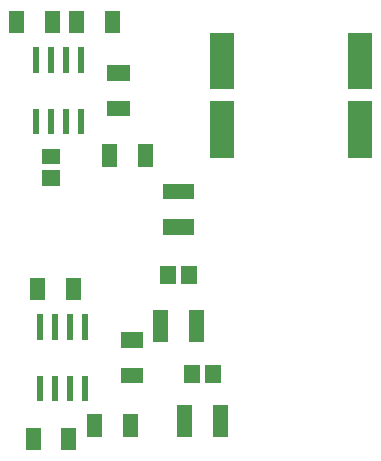
<source format=gbr>
G04 start of page 10 for group -4015 idx -4015 *
G04 Title: (unknown), toppaste *
G04 Creator: pcb 20140316 *
G04 CreationDate: Fri 17 Jul 2015 05:09:26 PM GMT UTC *
G04 For: fosse *
G04 Format: Gerber/RS-274X *
G04 PCB-Dimensions (mil): 2170.00 1700.00 *
G04 PCB-Coordinate-Origin: lower left *
%MOIN*%
%FSLAX25Y25*%
%LNTOPPASTE*%
%ADD61R,0.0200X0.0200*%
%ADD60R,0.0815X0.0815*%
%ADD59R,0.0512X0.0512*%
G54D59*X123745Y83595D02*X129255D01*
X123745Y95405D02*X129255D01*
X120595Y53255D02*Y47745D01*
X132405Y53255D02*Y47745D01*
X122957Y67893D02*Y67107D01*
X130043Y67893D02*Y67107D01*
X128595Y21755D02*Y16245D01*
X140405Y21755D02*Y16245D01*
G54D60*X141000Y144232D02*Y133602D01*
Y121398D02*Y110768D01*
X187000Y144232D02*Y133602D01*
Y121398D02*Y110768D01*
G54D59*X109819Y34095D02*X112181D01*
X109819Y45905D02*X112181D01*
G54D61*X80500Y33000D02*Y26500D01*
X85500Y33000D02*Y26500D01*
X90500Y33000D02*Y26500D01*
X95500Y33000D02*Y26500D01*
Y53500D02*Y47000D01*
X90500Y53500D02*Y47000D01*
X85500Y53500D02*Y47000D01*
X80500Y53500D02*Y47000D01*
G54D59*X79595Y64181D02*Y61819D01*
X91405Y64181D02*Y61819D01*
X98595Y18681D02*Y16319D01*
X110405Y18681D02*Y16319D01*
G54D61*X79000Y122000D02*Y115500D01*
X84000Y122000D02*Y115500D01*
X89000Y122000D02*Y115500D01*
X94000Y122000D02*Y115500D01*
Y142500D02*Y136000D01*
X89000Y142500D02*Y136000D01*
X84000Y142500D02*Y136000D01*
X79000Y142500D02*Y136000D01*
G54D59*X92595Y153181D02*Y150819D01*
X104405Y153181D02*Y150819D01*
X105319Y123095D02*X107681D01*
X105319Y134905D02*X107681D01*
X72595Y153181D02*Y150819D01*
X84405Y153181D02*Y150819D01*
X103595Y108681D02*Y106319D01*
X115405Y108681D02*Y106319D01*
X83607Y99957D02*X84393D01*
X83607Y107043D02*X84393D01*
X78095Y14181D02*Y11819D01*
X89905Y14181D02*Y11819D01*
X130957Y34893D02*Y34107D01*
X138043Y34893D02*Y34107D01*
M02*

</source>
